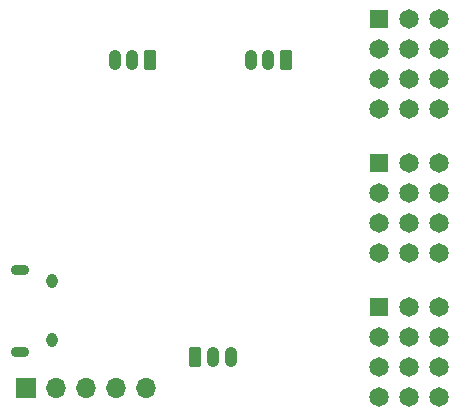
<source format=gbs>
G04 #@! TF.GenerationSoftware,KiCad,Pcbnew,(6.0.0)*
G04 #@! TF.CreationDate,2022-05-01T20:50:51-06:00*
G04 #@! TF.ProjectId,RX12G,52583132-472e-46b6-9963-61645f706362,rev?*
G04 #@! TF.SameCoordinates,Original*
G04 #@! TF.FileFunction,Soldermask,Bot*
G04 #@! TF.FilePolarity,Negative*
%FSLAX46Y46*%
G04 Gerber Fmt 4.6, Leading zero omitted, Abs format (unit mm)*
G04 Created by KiCad (PCBNEW (6.0.0)) date 2022-05-01 20:50:51*
%MOMM*%
%LPD*%
G01*
G04 APERTURE LIST*
G04 Aperture macros list*
%AMRoundRect*
0 Rectangle with rounded corners*
0 $1 Rounding radius*
0 $2 $3 $4 $5 $6 $7 $8 $9 X,Y pos of 4 corners*
0 Add a 4 corners polygon primitive as box body*
4,1,4,$2,$3,$4,$5,$6,$7,$8,$9,$2,$3,0*
0 Add four circle primitives for the rounded corners*
1,1,$1+$1,$2,$3*
1,1,$1+$1,$4,$5*
1,1,$1+$1,$6,$7*
1,1,$1+$1,$8,$9*
0 Add four rect primitives between the rounded corners*
20,1,$1+$1,$2,$3,$4,$5,0*
20,1,$1+$1,$4,$5,$6,$7,0*
20,1,$1+$1,$6,$7,$8,$9,0*
20,1,$1+$1,$8,$9,$2,$3,0*%
G04 Aperture macros list end*
%ADD10RoundRect,0.250000X-0.265000X-0.615000X0.265000X-0.615000X0.265000X0.615000X-0.265000X0.615000X0*%
%ADD11O,1.030000X1.730000*%
%ADD12R,1.650000X1.650000*%
%ADD13C,1.650000*%
%ADD14RoundRect,0.250000X0.265000X0.615000X-0.265000X0.615000X-0.265000X-0.615000X0.265000X-0.615000X0*%
%ADD15O,0.950000X1.250000*%
%ADD16O,1.550000X0.890000*%
%ADD17R,1.700000X1.700000*%
%ADD18O,1.700000X1.700000*%
G04 APERTURE END LIST*
D10*
X136500000Y-122100000D03*
D11*
X138000000Y-122100000D03*
X139500000Y-122100000D03*
D12*
X152047500Y-105690000D03*
D13*
X154587500Y-105690000D03*
X157127500Y-105690000D03*
X152047500Y-108230000D03*
X154587500Y-108230000D03*
X157127500Y-108230000D03*
X152047500Y-110770000D03*
X154587500Y-110770000D03*
X157127500Y-110770000D03*
X152047500Y-113310000D03*
X154587500Y-113310000D03*
X157127500Y-113310000D03*
D14*
X144200000Y-96950000D03*
D11*
X142700000Y-96950000D03*
X141200000Y-96950000D03*
D12*
X152047500Y-93490000D03*
D13*
X154587500Y-93490000D03*
X157127500Y-93490000D03*
X152047500Y-96030000D03*
X154587500Y-96030000D03*
X157127500Y-96030000D03*
X152047500Y-98570000D03*
X154587500Y-98570000D03*
X157127500Y-98570000D03*
X152047500Y-101110000D03*
X154587500Y-101110000D03*
X157127500Y-101110000D03*
D15*
X124385000Y-115700000D03*
X124385000Y-120700000D03*
D16*
X121685000Y-114700000D03*
X121685000Y-121700000D03*
D12*
X152047500Y-117890000D03*
D13*
X154587500Y-117890000D03*
X157127500Y-117890000D03*
X152047500Y-120430000D03*
X154587500Y-120430000D03*
X157127500Y-120430000D03*
X152047500Y-122970000D03*
X154587500Y-122970000D03*
X157127500Y-122970000D03*
X152047500Y-125510000D03*
X154587500Y-125510000D03*
X157127500Y-125510000D03*
D14*
X132700000Y-96950000D03*
D11*
X131200000Y-96950000D03*
X129700000Y-96950000D03*
D17*
X122225000Y-124700000D03*
D18*
X124765000Y-124700000D03*
X127305000Y-124700000D03*
X129845000Y-124700000D03*
X132385000Y-124700000D03*
M02*

</source>
